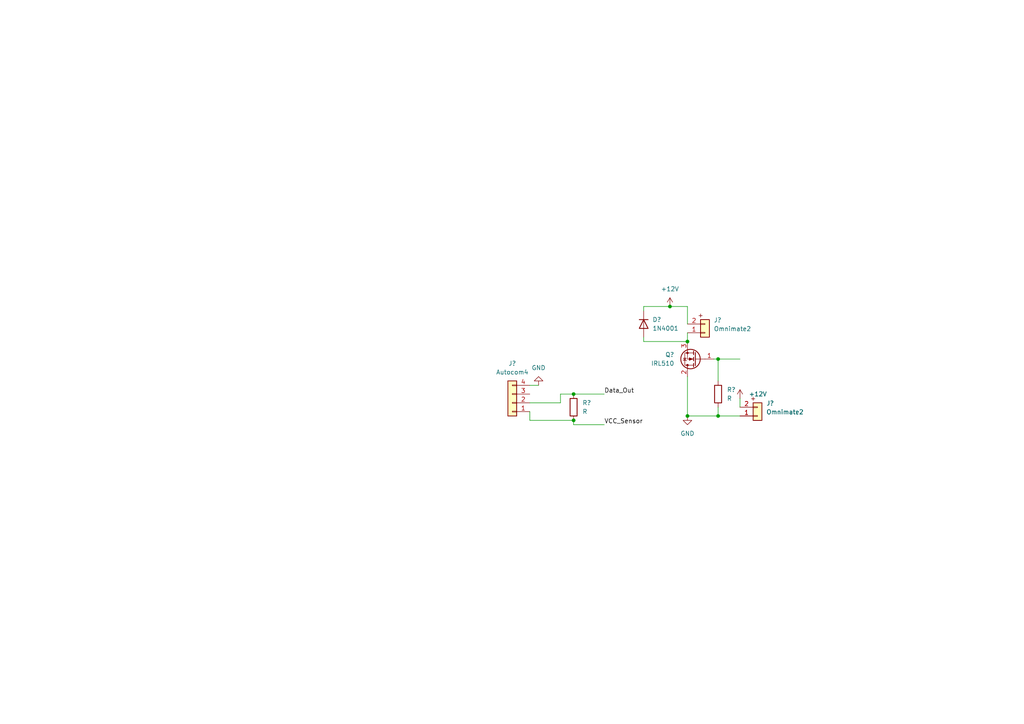
<source format=kicad_sch>
(kicad_sch (version 20211123) (generator eeschema)
  (paper "A4")
  (lib_symbols
    (symbol "Device:R" (pin_numbers hide) (pin_names (offset 0))
      (property "Reference" "R" (at 2.032 0 90))
      (property "Value" "R" (at 0 0 90))
      (symbol "R_0_1"
        (rectangle (start -1.016 -2.54) (end 1.016 2.54) (stroke (width 0.254)))
      )
      (symbol "R_1_1"
        (pin passive line (at 0 3.81 270) (length 1.27) (name "~") (number "1"))
        (pin passive line (at 0 -3.81 90) (length 1.27) (name "~") (number "2"))
      )
    )
    (symbol "Diode:1N4001" (pin_numbers hide) (pin_names (offset 1.016) hide)
      (property "Reference" "D" (at 0 2.54 0))
      (property "Value" "1N4001" (at 0 -2.54 0))
      (symbol "1N4001_0_1"
        (polyline (pts (xy -1.27 1.27) (xy -1.27 -1.27)) (stroke (width 0.254)))
        (polyline (pts (xy 1.27 0) (xy -1.27 0)))
        (polyline (pts (xy 1.27 1.27) (xy 1.27 -1.27) (xy -1.27 0) (xy 1.27 1.27)) (stroke (width 0.254)))
      )
      (symbol "1N4001_1_1"
        (pin passive line (at -3.81 0 0) (length 2.54) (name "K") (number "1"))
        (pin passive line (at 3.81 0 180) (length 2.54) (name "A") (number "2"))
      )
    )
    (symbol "SymbGamelGe2_v6:Autocom4" (pin_names (offset 1.016) hide)
      (property "Reference" "J" (at 0 5.08 0))
      (property "Value" "Autocom4" (at 0 -7.62 0))
      (symbol "Autocom4_1_1"
        (rectangle (start -1.27 -4.953) (end 0 -5.207) (stroke (width 0.1524)))
        (rectangle (start -1.27 -2.413) (end 0 -2.667) (stroke (width 0.1524)))
        (rectangle (start -1.27 0.127) (end 0 -0.127) (stroke (width 0.1524)))
        (rectangle (start -1.27 2.667) (end 0 2.413) (stroke (width 0.1524)))
        (rectangle (start -1.27 3.81) (end 1.27 -6.35) (stroke (width 0.254)) (fill (type background)))
        (pin passive line (at -5.08 2.54 0) (length 3.81) (name "Pin_1") (number "1"))
        (pin passive line (at -5.08 0 0) (length 3.81) (name "Pin_2") (number "2"))
        (pin passive line (at -5.08 -2.54 0) (length 3.81) (name "Pin_3") (number "3"))
        (pin passive line (at -5.08 -5.08 0) (length 3.81) (name "Pin_4") (number "4"))
      )
    )
    (symbol "SymbGamelGe2_v6:IRL510" (pin_names (offset 0) hide)
      (property "Reference" "Q" (at 6.35 1.905 0))
      (property "Value" "IRL510" (at 6.35 0 0))
      (symbol "IRL510_0_1"
        (polyline (pts (xy 0.254 0) (xy -2.54 0)))
        (polyline (pts (xy 0.762 -1.778) (xy 2.54 -1.778)))
        (polyline (pts (xy 0.762 -1.27) (xy 0.762 -2.286)) (stroke (width 0.254)))
        (polyline (pts (xy 0.762 0) (xy 2.54 0)))
        (polyline (pts (xy 0.762 0.508) (xy 0.762 -0.508)) (stroke (width 0.254)))
        (polyline (pts (xy 0.762 1.778) (xy 2.54 1.778)))
        (polyline (pts (xy 0.762 2.286) (xy 0.762 1.27)) (stroke (width 0.254)))
        (polyline (pts (xy 2.54 -1.778) (xy 2.54 -2.54)))
        (polyline (pts (xy 2.54 -1.778) (xy 2.54 0)))
        (polyline (pts (xy 2.54 2.54) (xy 2.54 1.778)))
        (polyline (pts (xy 0.254 1.905) (xy 0.254 -1.905) (xy 0.254 -1.905)) (stroke (width 0.254)))
        (polyline (pts (xy 1.016 0) (xy 2.032 0.381) (xy 2.032 -0.381) (xy 1.016 0)) (fill (type outline)))
        (polyline (pts (xy 2.54 -1.778) (xy 3.302 -1.778) (xy 3.302 1.778) (xy 2.54 1.778)))
        (polyline (pts (xy 2.794 0.508) (xy 2.921 0.381) (xy 3.683 0.381) (xy 3.81 0.254)))
        (polyline (pts (xy 3.302 0.381) (xy 2.921 -0.254) (xy 3.683 -0.254) (xy 3.302 0.381)))
        (circle (center 1.651 0) (radius 2.8194) (stroke (width 0.254)))
        (circle (center 2.54 -1.778) (radius 0.2794) (fill (type outline)))
        (circle (center 2.54 1.778) (radius 0.2794) (fill (type outline)))
      )
      (symbol "IRL510_1_1"
        (pin input line (at -5.08 0 0) (length 2.54) (name "G") (number "1"))
        (pin passive line (at 2.54 5.08 270) (length 2.54) (name "D") (number "2"))
        (pin passive line (at 2.54 -5.08 90) (length 2.54) (name "S") (number "3"))
      )
    )
    (symbol "SymbGamelGe2_v6:Omnimate2" (pin_names (offset 1.016) hide)
      (property "Reference" "J" (at -1.27 2.54 0))
      (property "Value" "Omnimate2" (at 0 -5.08 0))
      (symbol "Omnimate2_0_0"
        (text "+" (at 1.27 2.54 0) (effects (font (size 1.27 1.27))))
      )
      (symbol "Omnimate2_1_1"
        (rectangle (start -1.27 1.27) (end 1.27 -3.81) (stroke (width 0.254)) (fill (type background)))
        (rectangle (start 0 -2.413) (end 1.27 -2.667) (stroke (width 0.1524)))
        (rectangle (start 0 0.127) (end 1.27 -0.127) (stroke (width 0.1524)))
        (pin passive line (at 5.08 -2.54 180) (length 3.81) (name "Pin_1") (number "1"))
        (pin passive line (at 5.08 0 180) (length 3.81) (name "Pin_2") (number "2"))
      )
    )
    (symbol "power:+12V" (power) (pin_names (offset 0))
      (property "Value" "+12V" (at 0 3.556 0))
      (symbol "+12V_0_1"
        (polyline (pts (xy -0.762 1.27) (xy 0 2.54)))
        (polyline (pts (xy 0 0) (xy 0 2.54)))
        (polyline (pts (xy 0 2.54) (xy 0.762 1.27)))
      )
      (symbol "+12V_1_1"
        (pin power_in line (at 0 0 90) (length 0) hide (name "+12V") (number "1"))
      )
    )
    (symbol "power:GND" (power) (pin_names (offset 0))
      (property "Value" "GND" (at 0 -3.81 0))
      (symbol "GND_0_1"
        (polyline (pts (xy 0 0) (xy 0 -1.27) (xy 1.27 -1.27) (xy 0 -2.54) (xy -1.27 -1.27) (xy 0 -1.27)))
      )
      (symbol "GND_1_1"
        (pin power_in line (at 0 0 270) (length 0) hide (name "GND") (number "1"))
      )
    )
  )
  (junction (at 199.39 99.06))
  (junction (at 208.28 104.14))
  (junction (at 166.37 114.3))
  (junction (at 166.37 121.92))
  (junction (at 194.31 88.9))
  (junction (at 208.28 120.65))
  (junction (at 199.39 120.65))
  (wire (pts (xy 208.28 118.11) (xy 208.28 120.65)))
  (wire (pts (xy 153.67 111.76) (xy 156.21 111.76)))
  (wire (pts (xy 207.01 104.14) (xy 208.28 104.14)))
  (wire (pts (xy 208.28 120.65) (xy 214.63 120.65)))
  (wire (pts (xy 194.31 88.9) (xy 186.69 88.9)))
  (wire (pts (xy 199.39 96.52) (xy 199.39 99.06)))
  (wire (pts (xy 153.67 116.84) (xy 162.56 116.84)))
  (wire (pts (xy 186.69 88.9) (xy 186.69 90.17)))
  (wire (pts (xy 162.56 116.84) (xy 162.56 114.3)))
  (wire (pts (xy 208.28 104.14) (xy 214.63 104.14)))
  (wire (pts (xy 199.39 93.98) (xy 199.39 88.9)))
  (wire (pts (xy 194.31 88.9) (xy 199.39 88.9)))
  (wire (pts (xy 175.26 123.19) (xy 166.37 123.19)))
  (wire (pts (xy 199.39 99.06) (xy 186.69 99.06)))
  (wire (pts (xy 162.56 114.3) (xy 166.37 114.3)))
  (wire (pts (xy 208.28 120.65) (xy 199.39 120.65)))
  (wire (pts (xy 153.67 121.92) (xy 153.67 119.38)))
  (wire (pts (xy 166.37 121.92) (xy 153.67 121.92)))
  (wire (pts (xy 186.69 99.06) (xy 186.69 97.79)))
  (wire (pts (xy 214.63 115.57) (xy 214.63 118.11)))
  (wire (pts (xy 199.39 109.22) (xy 199.39 120.65)))
  (wire (pts (xy 166.37 123.19) (xy 166.37 121.92)))
  (wire (pts (xy 208.28 104.14) (xy 208.28 110.49)))
  (wire (pts (xy 166.37 114.3) (xy 175.26 114.3)))
  (label "VCC_Sensor" (at 175.26 123.19 0))
  (label "Data_Out" (at 175.26 114.3 0))
  (symbol (lib_id "Diode:1N4001") (at 186.69 93.98 270) (unit 1)
    (property "Reference" "D?" (at 189.23 92.7099 90) (effects (justify left)))
    (property "Value" "1N4001" (at 189.23 95.2499 90) (effects (justify left)))
    (property "Footprint" "Diode_THT:D_DO-41_SOD81_P10.16mm_Horizontal" (effects hide))
    (property "Datasheet" "http://www.vishay.com/docs/88503/1n4001.pdf" (effects hide))
  )
  (symbol (lib_id "power:+12V") (at 194.31 88.9 0) (unit 1)
    (property "Reference" "#PWR?" (effects hide))
    (property "Value" "+12V" (at 194.31 83.82 0))
  )
  (symbol (lib_id "SymbGamelGe2_v6:Autocom4") (at 148.59 116.84 180) (unit 1)
    (property "Reference" "J?" (at 148.59 105.41 0))
    (property "Value" "Autocom4" (at 148.59 107.95 0))
    (property "Footprint" "FootprintGamelGe2_v6:Autocom4" (effects hide))
  )
  (symbol (lib_id "Device:R") (at 166.37 118.11 0) (unit 1)
    (property "Reference" "R?" (at 168.91 116.8399 0) (effects (justify left)))
    (property "Value" "R" (at 168.91 119.3799 0) (effects (justify left)))
  )
  (symbol (lib_id "power:GND") (at 156.21 111.76 180) (unit 1)
    (property "Reference" "#PWR?" (effects hide))
    (property "Value" "GND" (at 156.21 106.68 0))
  )
  (symbol (lib_id "SymbGamelGe2_v6:Omnimate2") (at 219.71 118.11 0) (mirror y) (unit 1)
    (property "Reference" "J?" (at 222.25 116.9676 0) (effects (justify right)))
    (property "Value" "Omnimate2" (at 222.25 119.5076 0) (effects (justify right)))
    (property "Footprint" "FootprintGamelGe2_v6:OmnimateSL-5,08_1x02_P5.08mm_Vertical" (effects hide))
  )
  (symbol (lib_id "Device:R") (at 208.28 114.3 0) (unit 1)
    (property "Reference" "R?" (at 210.82 113.0299 0) (effects (justify left)))
    (property "Value" "R" (at 210.82 115.5699 0) (effects (justify left)))
  )
  (symbol (lib_id "SymbGamelGe2_v6:Omnimate2") (at 204.47 93.98 0) (mirror y) (unit 1)
    (property "Reference" "J?" (at 207.01 92.8376 0) (effects (justify right)))
    (property "Value" "Omnimate2" (at 207.01 95.3776 0) (effects (justify right)))
    (property "Footprint" "FootprintGamelGe2_v6:OmnimateSL-5,08_1x02_P5.08mm_Vertical" (effects hide))
  )
  (symbol (lib_id "SymbGamelGe2_v6:IRL510") (at 201.93 104.14 180) (unit 1)
    (property "Reference" "Q?" (at 195.58 102.8699 0) (effects (justify left)))
    (property "Value" "IRL510" (at 195.58 105.4099 0) (effects (justify left)))
    (property "Footprint" "FootprintGamelGe2_v6:TO-220-3_Vertical" (effects hide))
    (property "Datasheet" "https://www.vishay.com/docs/91297/sihl510.pdf" (effects hide))
  )
  (symbol (lib_id "power:GND") (at 199.39 120.65 0) (unit 1)
    (property "Reference" "#PWR?" (effects hide))
    (property "Value" "GND" (at 199.39 125.73 0))
  )
  (symbol (lib_id "power:+12V") (at 214.63 115.57 0) (unit 1)
    (property "Reference" "#PWR?" (effects hide))
    (property "Value" "+12V" (at 217.17 114.2999 0) (effects (justify left)))
  )
)
</source>
